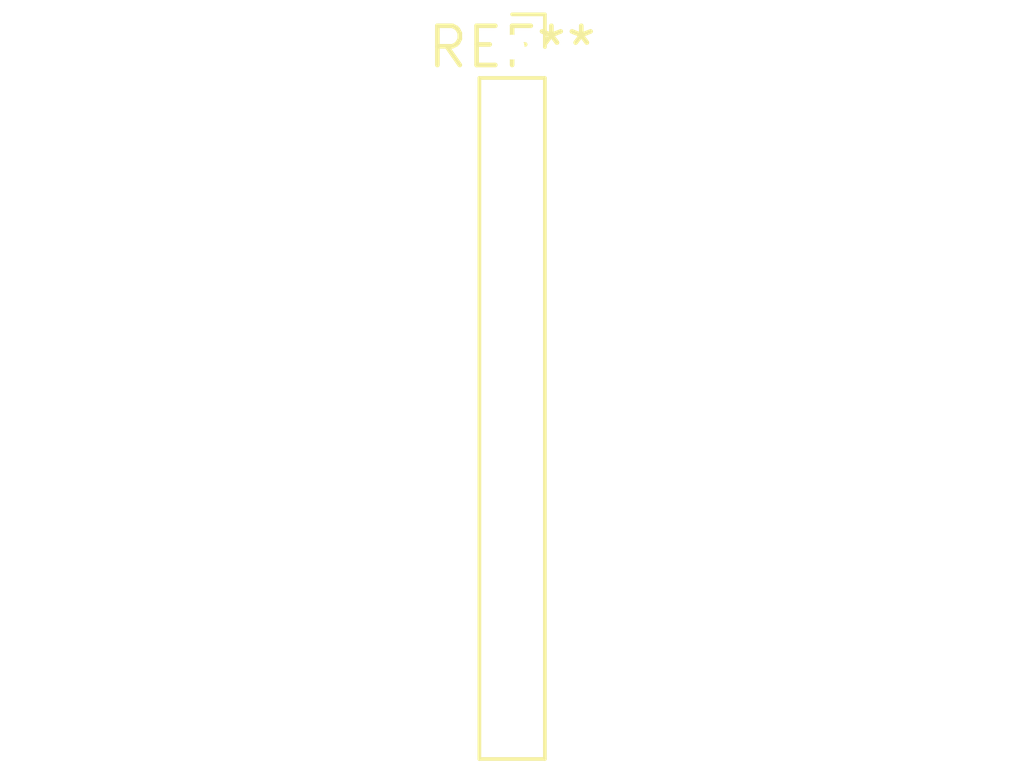
<source format=kicad_pcb>
(kicad_pcb (version 20240108) (generator pcbnew)
  (layers (0 "F.Cu" signal) (31 "B.Cu" signal) (34 "B.Paste" user) (35 "F.Paste" user) (36 "B.SilkS" user "B.Silkscreen") (37 "F.SilkS" user "F.Silkscreen") (38 "B.Mask" user) (39 "F.Mask" user) (44 "Edge.Cuts" user))
  (net 0 "")
  (footprint "PinSocket_1x12_P2.00mm_Vertical" (layer "F.Cu") (at 0 0)
    (property "Reference" "REF**")
    (property "Value" "PinSocket_1x12_P2.00mm_Vertical")
    (fp_line (start -1.06 1) (end -1.06 23.06) (layer "F.SilkS") (stroke (width 0.12)))
    (fp_line (start -1.06 1) (end 1.06 1) (layer "F.SilkS") (stroke (width 0.12)))
    (fp_line (start -1.06 23.06) (end 1.06 23.06) (layer "F.SilkS") (stroke (width 0.12)))
    (fp_line (start 0 -1.06) (end 1.06 -1.06) (layer "F.SilkS") (stroke (width 0.12)))
    (fp_line (start 1.06 -1.06) (end 1.06 0) (layer "F.SilkS") (stroke (width 0.12)))
    (fp_line (start 1.06 1) (end 1.06 23.06) (layer "F.SilkS") (stroke (width 0.12)))
    (pad "1" thru_hole rect (at 0 0) (size 1.35 1.35) (drill 0.8) (layers *.Cu *.Mask) (remove_unused_layers))
    (pad "2" thru_hole oval (at 0 2) (size 1.35 1.35) (drill 0.8) (layers *.Cu *.Mask) (remove_unused_layers))
    (pad "3" thru_hole oval (at 0 4) (size 1.35 1.35) (drill 0.8) (layers *.Cu *.Mask) (remove_unused_layers))
    (pad "4" thru_hole oval (at 0 6) (size 1.35 1.35) (drill 0.8) (layers *.Cu *.Mask) (remove_unused_layers))
    (pad "5" thru_hole oval (at 0 8) (size 1.35 1.35) (drill 0.8) (layers *.Cu *.Mask) (remove_unused_layers))
    (pad "6" thru_hole oval (at 0 10) (size 1.35 1.35) (drill 0.8) (layers *.Cu *.Mask) (remove_unused_layers))
    (pad "7" thru_hole oval (at 0 12) (size 1.35 1.35) (drill 0.8) (layers *.Cu *.Mask) (remove_unused_layers))
    (pad "8" thru_hole oval (at 0 14) (size 1.35 1.35) (drill 0.8) (layers *.Cu *.Mask) (remove_unused_layers))
    (pad "9" thru_hole oval (at 0 16) (size 1.35 1.35) (drill 0.8) (layers *.Cu *.Mask) (remove_unused_layers))
    (pad "10" thru_hole oval (at 0 18) (size 1.35 1.35) (drill 0.8) (layers *.Cu *.Mask) (remove_unused_layers))
    (pad "11" thru_hole oval (at 0 20) (size 1.35 1.35) (drill 0.8) (layers *.Cu *.Mask) (remove_unused_layers))
    (pad "12" thru_hole oval (at 0 22) (size 1.35 1.35) (drill 0.8) (layers *.Cu *.Mask) (remove_unused_layers))
  )
)
</source>
